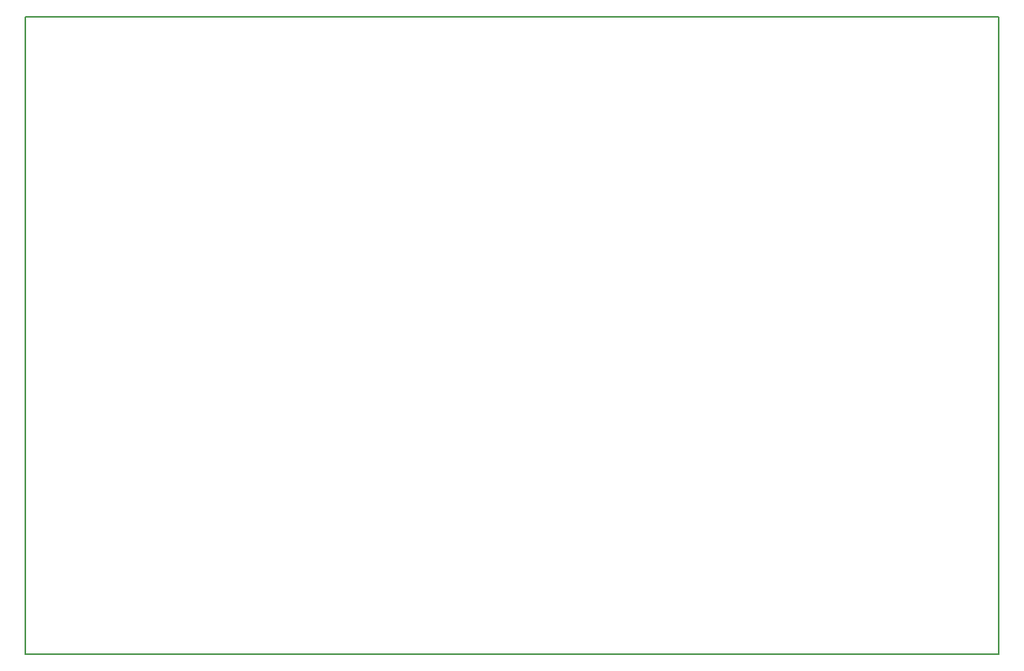
<source format=gbo>
G04 MADE WITH FRITZING*
G04 WWW.FRITZING.ORG*
G04 DOUBLE SIDED*
G04 HOLES PLATED*
G04 CONTOUR ON CENTER OF CONTOUR VECTOR*
%ASAXBY*%
%FSLAX23Y23*%
%MOIN*%
%OFA0B0*%
%SFA1.0B1.0*%
%ADD10R,4.239340X2.781800X4.223340X2.765800*%
%ADD11C,0.008000*%
%LNSILK0*%
G90*
G70*
G54D11*
X4Y2778D02*
X4235Y2778D01*
X4235Y4D01*
X4Y4D01*
X4Y2778D01*
D02*
G04 End of Silk0*
M02*
</source>
